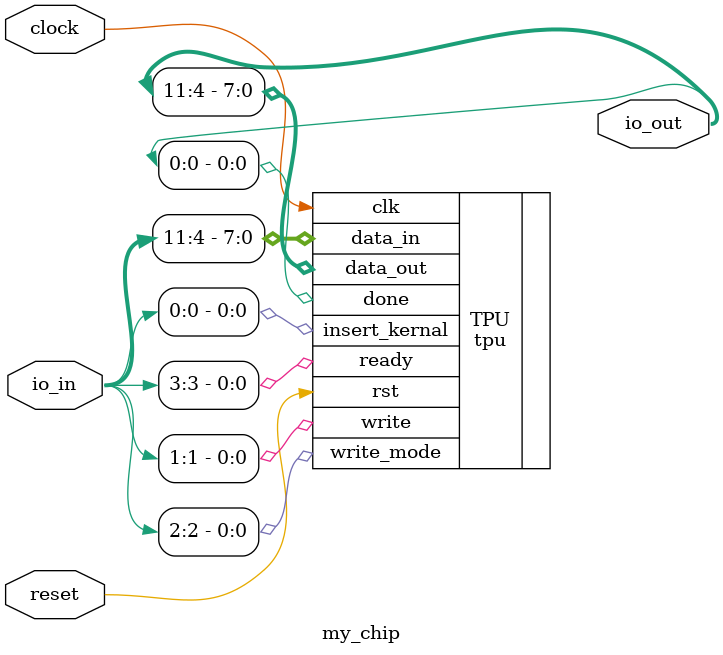
<source format=sv>
`default_nettype none

module my_chip (
    input logic [11:0] io_in, // Inputs to your chip
    output logic [11:0] io_out, // Outputs from your chip
    input logic clock,
    input logic reset // Important: Reset is ACTIVE-HIGH
);

  tpu TPU(.clk(clock), .rst(reset),
          .insert_kernal(io_in[0]),
          .write(io_in[1]),
          .write_mode(io_in[2]),
          .ready(io_in[3]),
          .data_in(io_in[11:4]),
          .done(io_out[0]),
          .data_out(io_out[11:4])
         );

endmodule

</source>
